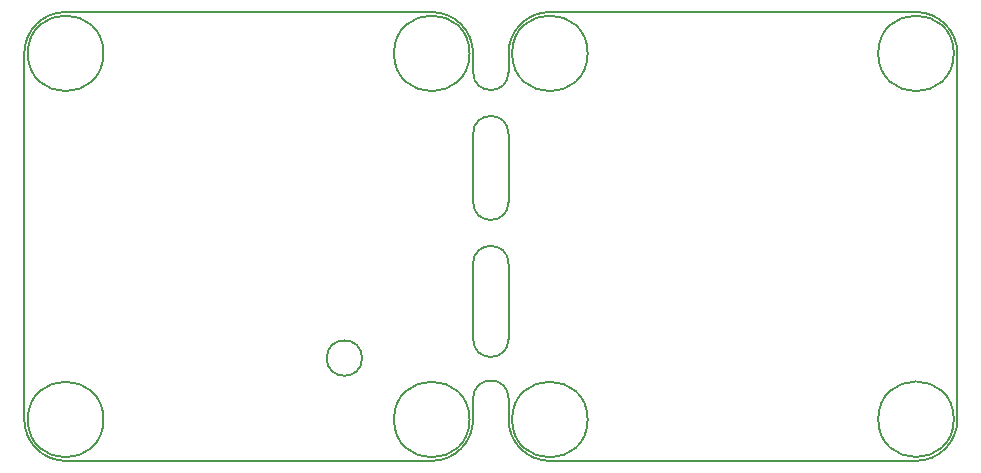
<source format=gbr>
%TF.GenerationSoftware,KiCad,Pcbnew,(5.1.8-0-10_14)*%
%TF.CreationDate,2021-08-30T17:25:53+02:00*%
%TF.ProjectId,ethersweep,65746865-7273-4776-9565-702e6b696361,2.0.1*%
%TF.SameCoordinates,Original*%
%TF.FileFunction,Other,Comment*%
%FSLAX46Y46*%
G04 Gerber Fmt 4.6, Leading zero omitted, Abs format (unit mm)*
G04 Created by KiCad (PCBNEW (5.1.8-0-10_14)) date 2021-08-30 17:25:53*
%MOMM*%
%LPD*%
G01*
G04 APERTURE LIST*
%TA.AperFunction,Profile*%
%ADD10C,0.150000*%
%TD*%
%ADD11C,0.150000*%
G04 APERTURE END LIST*
D10*
X221600000Y-26700000D02*
G75*
G02*
X225100000Y-30200000I0J-3500000D01*
G01*
X184100000Y-60700000D02*
X184100000Y-59400000D01*
X187100000Y-31800000D02*
X187100000Y-30700000D01*
X187100000Y-31800000D02*
G75*
G02*
X184100000Y-31800000I-1500000J0D01*
G01*
X187100000Y-61200000D02*
X187100000Y-59400000D01*
X184100000Y-31800000D02*
X184100000Y-30200000D01*
X184100000Y-59400000D02*
G75*
G02*
X187100000Y-59400000I1500000J0D01*
G01*
X187100000Y-42800000D02*
G75*
G02*
X184100000Y-42800000I-1500000J0D01*
G01*
X184100000Y-37000000D02*
G75*
G02*
X187100000Y-37000000I1500000J0D01*
G01*
X187100000Y-42800000D02*
X187100000Y-37000000D01*
X184100000Y-54400000D02*
X184100000Y-48000000D01*
X184100000Y-48000000D02*
G75*
G02*
X187100000Y-48000000I1500000J0D01*
G01*
X184100000Y-42800000D02*
X184100000Y-37000000D01*
X187100000Y-54400000D02*
X187100000Y-48000000D01*
X187100000Y-54400000D02*
G75*
G02*
X184100000Y-54400000I-1500000J0D01*
G01*
X184100000Y-61200000D02*
X184100000Y-60700000D01*
X187100000Y-30200000D02*
X187100000Y-30700000D01*
X174700000Y-56000000D02*
G75*
G03*
X174700000Y-56000000I-1500000J0D01*
G01*
X149600000Y-64700000D02*
G75*
G02*
X146100000Y-61200000I0J3500000D01*
G01*
X149600000Y-64700000D02*
X180600000Y-64700000D01*
X190600000Y-26700000D02*
X221600000Y-26700000D01*
X187100000Y-30200000D02*
G75*
G02*
X190600000Y-26700000I3500000J0D01*
G01*
X225100000Y-61200000D02*
G75*
G02*
X221600000Y-64700000I-3500000J0D01*
G01*
X190600000Y-64700000D02*
G75*
G02*
X187100000Y-61200000I0J3500000D01*
G01*
X190600000Y-64700000D02*
X221600000Y-64700000D01*
X225100000Y-61200000D02*
X225100000Y-30200000D01*
X146100000Y-30200000D02*
X146100000Y-61200000D01*
X184100000Y-61200000D02*
G75*
G02*
X180600000Y-64700000I-3500000J0D01*
G01*
X180600000Y-26700000D02*
G75*
G02*
X184100000Y-30200000I0J-3500000D01*
G01*
X146100000Y-30200000D02*
G75*
G02*
X149600000Y-26700000I3500000J0D01*
G01*
X180600000Y-26700000D02*
X149600000Y-26700000D01*
D11*
X224800000Y-30200000D02*
G75*
G03*
X224800000Y-30200000I-3200000J0D01*
G01*
X193800000Y-61200000D02*
G75*
G03*
X193800000Y-61200000I-3200000J0D01*
G01*
X224800000Y-61175001D02*
G75*
G03*
X224800000Y-61175001I-3200000J0D01*
G01*
X193800000Y-30200000D02*
G75*
G03*
X193800000Y-30200000I-3200000J0D01*
G01*
X152800000Y-30200000D02*
G75*
G03*
X152800000Y-30200000I-3200000J0D01*
G01*
X183800000Y-30200000D02*
G75*
G03*
X183800000Y-30200000I-3200000J0D01*
G01*
X183800000Y-61200000D02*
G75*
G03*
X183800000Y-61200000I-3200000J0D01*
G01*
X152800000Y-61200000D02*
G75*
G03*
X152800000Y-61200000I-3200000J0D01*
G01*
M02*

</source>
